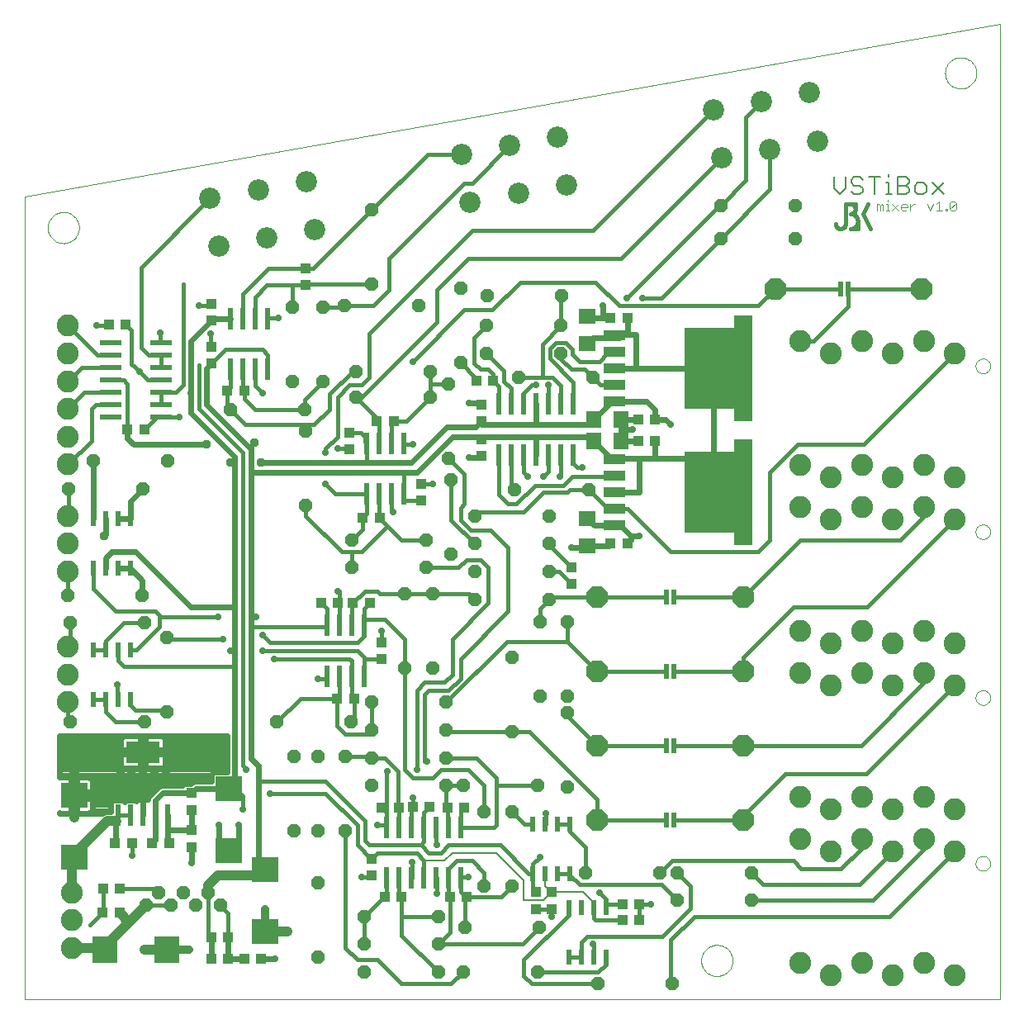
<source format=gtl>
G75*
%MOIN*%
%OFA0B0*%
%FSLAX24Y24*%
%IPPOS*%
%LPD*%
%AMOC8*
5,1,8,0,0,1.08239X$1,22.5*
%
%ADD10C,0.0000*%
%ADD11C,0.0060*%
%ADD12C,0.0030*%
%ADD13R,0.0236X0.0866*%
%ADD14C,0.0860*%
%ADD15C,0.0886*%
%ADD16OC8,0.0520*%
%ADD17R,0.0413X0.0425*%
%ADD18R,0.0752X0.4252*%
%ADD19R,0.2362X0.3280*%
%ADD20R,0.0850X0.0421*%
%ADD21R,0.0394X0.0433*%
%ADD22R,0.0433X0.0394*%
%ADD23R,0.1378X0.0866*%
%ADD24R,0.0870X0.0240*%
%ADD25R,0.0197X0.0591*%
%ADD26R,0.0425X0.0413*%
%ADD27R,0.1063X0.1004*%
%ADD28R,0.1004X0.1063*%
%ADD29R,0.0630X0.0709*%
%ADD30R,0.0709X0.0630*%
%ADD31OC8,0.0850*%
%ADD32OC8,0.0560*%
%ADD33C,0.0160*%
%ADD34C,0.0240*%
%ADD35OC8,0.0277*%
%ADD36OC8,0.0356*%
%ADD37C,0.0080*%
%ADD38C,0.0400*%
%ADD39C,0.0320*%
D10*
X000140Y000140D02*
X000140Y032569D01*
X039510Y039510D01*
X039510Y000140D01*
X000140Y000140D01*
X027463Y001715D02*
X027465Y001765D01*
X027471Y001815D01*
X027481Y001864D01*
X027495Y001912D01*
X027512Y001959D01*
X027533Y002004D01*
X027558Y002048D01*
X027586Y002089D01*
X027618Y002128D01*
X027652Y002165D01*
X027689Y002199D01*
X027729Y002229D01*
X027771Y002256D01*
X027815Y002280D01*
X027861Y002301D01*
X027908Y002317D01*
X027956Y002330D01*
X028006Y002339D01*
X028055Y002344D01*
X028106Y002345D01*
X028156Y002342D01*
X028205Y002335D01*
X028254Y002324D01*
X028302Y002309D01*
X028348Y002291D01*
X028393Y002269D01*
X028436Y002243D01*
X028477Y002214D01*
X028516Y002182D01*
X028552Y002147D01*
X028584Y002109D01*
X028614Y002069D01*
X028641Y002026D01*
X028664Y001982D01*
X028683Y001936D01*
X028699Y001888D01*
X028711Y001839D01*
X028719Y001790D01*
X028723Y001740D01*
X028723Y001690D01*
X028719Y001640D01*
X028711Y001591D01*
X028699Y001542D01*
X028683Y001494D01*
X028664Y001448D01*
X028641Y001404D01*
X028614Y001361D01*
X028584Y001321D01*
X028552Y001283D01*
X028516Y001248D01*
X028477Y001216D01*
X028436Y001187D01*
X028393Y001161D01*
X028348Y001139D01*
X028302Y001121D01*
X028254Y001106D01*
X028205Y001095D01*
X028156Y001088D01*
X028106Y001085D01*
X028055Y001086D01*
X028006Y001091D01*
X027956Y001100D01*
X027908Y001113D01*
X027861Y001129D01*
X027815Y001150D01*
X027771Y001174D01*
X027729Y001201D01*
X027689Y001231D01*
X027652Y001265D01*
X027618Y001302D01*
X027586Y001341D01*
X027558Y001382D01*
X027533Y001426D01*
X027512Y001471D01*
X027495Y001518D01*
X027481Y001566D01*
X027471Y001615D01*
X027465Y001665D01*
X027463Y001715D01*
X038534Y005636D02*
X038536Y005670D01*
X038542Y005704D01*
X038552Y005737D01*
X038565Y005768D01*
X038583Y005798D01*
X038603Y005826D01*
X038627Y005851D01*
X038653Y005873D01*
X038681Y005891D01*
X038712Y005907D01*
X038744Y005919D01*
X038778Y005927D01*
X038812Y005931D01*
X038846Y005931D01*
X038880Y005927D01*
X038914Y005919D01*
X038946Y005907D01*
X038976Y005891D01*
X039005Y005873D01*
X039031Y005851D01*
X039055Y005826D01*
X039075Y005798D01*
X039093Y005768D01*
X039106Y005737D01*
X039116Y005704D01*
X039122Y005670D01*
X039124Y005636D01*
X039122Y005602D01*
X039116Y005568D01*
X039106Y005535D01*
X039093Y005504D01*
X039075Y005474D01*
X039055Y005446D01*
X039031Y005421D01*
X039005Y005399D01*
X038977Y005381D01*
X038946Y005365D01*
X038914Y005353D01*
X038880Y005345D01*
X038846Y005341D01*
X038812Y005341D01*
X038778Y005345D01*
X038744Y005353D01*
X038712Y005365D01*
X038681Y005381D01*
X038653Y005399D01*
X038627Y005421D01*
X038603Y005446D01*
X038583Y005474D01*
X038565Y005504D01*
X038552Y005535D01*
X038542Y005568D01*
X038536Y005602D01*
X038534Y005636D01*
X038534Y012329D02*
X038536Y012363D01*
X038542Y012397D01*
X038552Y012430D01*
X038565Y012461D01*
X038583Y012491D01*
X038603Y012519D01*
X038627Y012544D01*
X038653Y012566D01*
X038681Y012584D01*
X038712Y012600D01*
X038744Y012612D01*
X038778Y012620D01*
X038812Y012624D01*
X038846Y012624D01*
X038880Y012620D01*
X038914Y012612D01*
X038946Y012600D01*
X038976Y012584D01*
X039005Y012566D01*
X039031Y012544D01*
X039055Y012519D01*
X039075Y012491D01*
X039093Y012461D01*
X039106Y012430D01*
X039116Y012397D01*
X039122Y012363D01*
X039124Y012329D01*
X039122Y012295D01*
X039116Y012261D01*
X039106Y012228D01*
X039093Y012197D01*
X039075Y012167D01*
X039055Y012139D01*
X039031Y012114D01*
X039005Y012092D01*
X038977Y012074D01*
X038946Y012058D01*
X038914Y012046D01*
X038880Y012038D01*
X038846Y012034D01*
X038812Y012034D01*
X038778Y012038D01*
X038744Y012046D01*
X038712Y012058D01*
X038681Y012074D01*
X038653Y012092D01*
X038627Y012114D01*
X038603Y012139D01*
X038583Y012167D01*
X038565Y012197D01*
X038552Y012228D01*
X038542Y012261D01*
X038536Y012295D01*
X038534Y012329D01*
X038534Y019022D02*
X038536Y019056D01*
X038542Y019090D01*
X038552Y019123D01*
X038565Y019154D01*
X038583Y019184D01*
X038603Y019212D01*
X038627Y019237D01*
X038653Y019259D01*
X038681Y019277D01*
X038712Y019293D01*
X038744Y019305D01*
X038778Y019313D01*
X038812Y019317D01*
X038846Y019317D01*
X038880Y019313D01*
X038914Y019305D01*
X038946Y019293D01*
X038976Y019277D01*
X039005Y019259D01*
X039031Y019237D01*
X039055Y019212D01*
X039075Y019184D01*
X039093Y019154D01*
X039106Y019123D01*
X039116Y019090D01*
X039122Y019056D01*
X039124Y019022D01*
X039122Y018988D01*
X039116Y018954D01*
X039106Y018921D01*
X039093Y018890D01*
X039075Y018860D01*
X039055Y018832D01*
X039031Y018807D01*
X039005Y018785D01*
X038977Y018767D01*
X038946Y018751D01*
X038914Y018739D01*
X038880Y018731D01*
X038846Y018727D01*
X038812Y018727D01*
X038778Y018731D01*
X038744Y018739D01*
X038712Y018751D01*
X038681Y018767D01*
X038653Y018785D01*
X038627Y018807D01*
X038603Y018832D01*
X038583Y018860D01*
X038565Y018890D01*
X038552Y018921D01*
X038542Y018954D01*
X038536Y018988D01*
X038534Y019022D01*
X038534Y025715D02*
X038536Y025749D01*
X038542Y025783D01*
X038552Y025816D01*
X038565Y025847D01*
X038583Y025877D01*
X038603Y025905D01*
X038627Y025930D01*
X038653Y025952D01*
X038681Y025970D01*
X038712Y025986D01*
X038744Y025998D01*
X038778Y026006D01*
X038812Y026010D01*
X038846Y026010D01*
X038880Y026006D01*
X038914Y025998D01*
X038946Y025986D01*
X038976Y025970D01*
X039005Y025952D01*
X039031Y025930D01*
X039055Y025905D01*
X039075Y025877D01*
X039093Y025847D01*
X039106Y025816D01*
X039116Y025783D01*
X039122Y025749D01*
X039124Y025715D01*
X039122Y025681D01*
X039116Y025647D01*
X039106Y025614D01*
X039093Y025583D01*
X039075Y025553D01*
X039055Y025525D01*
X039031Y025500D01*
X039005Y025478D01*
X038977Y025460D01*
X038946Y025444D01*
X038914Y025432D01*
X038880Y025424D01*
X038846Y025420D01*
X038812Y025420D01*
X038778Y025424D01*
X038744Y025432D01*
X038712Y025444D01*
X038681Y025460D01*
X038653Y025478D01*
X038627Y025500D01*
X038603Y025525D01*
X038583Y025553D01*
X038565Y025583D01*
X038552Y025614D01*
X038542Y025647D01*
X038536Y025681D01*
X038534Y025715D01*
X037305Y037542D02*
X037307Y037592D01*
X037313Y037642D01*
X037323Y037691D01*
X037337Y037739D01*
X037354Y037786D01*
X037375Y037831D01*
X037400Y037875D01*
X037428Y037916D01*
X037460Y037955D01*
X037494Y037992D01*
X037531Y038026D01*
X037571Y038056D01*
X037613Y038083D01*
X037657Y038107D01*
X037703Y038128D01*
X037750Y038144D01*
X037798Y038157D01*
X037848Y038166D01*
X037897Y038171D01*
X037948Y038172D01*
X037998Y038169D01*
X038047Y038162D01*
X038096Y038151D01*
X038144Y038136D01*
X038190Y038118D01*
X038235Y038096D01*
X038278Y038070D01*
X038319Y038041D01*
X038358Y038009D01*
X038394Y037974D01*
X038426Y037936D01*
X038456Y037896D01*
X038483Y037853D01*
X038506Y037809D01*
X038525Y037763D01*
X038541Y037715D01*
X038553Y037666D01*
X038561Y037617D01*
X038565Y037567D01*
X038565Y037517D01*
X038561Y037467D01*
X038553Y037418D01*
X038541Y037369D01*
X038525Y037321D01*
X038506Y037275D01*
X038483Y037231D01*
X038456Y037188D01*
X038426Y037148D01*
X038394Y037110D01*
X038358Y037075D01*
X038319Y037043D01*
X038278Y037014D01*
X038235Y036988D01*
X038190Y036966D01*
X038144Y036948D01*
X038096Y036933D01*
X038047Y036922D01*
X037998Y036915D01*
X037948Y036912D01*
X037897Y036913D01*
X037848Y036918D01*
X037798Y036927D01*
X037750Y036940D01*
X037703Y036956D01*
X037657Y036977D01*
X037613Y037001D01*
X037571Y037028D01*
X037531Y037058D01*
X037494Y037092D01*
X037460Y037129D01*
X037428Y037168D01*
X037400Y037209D01*
X037375Y037253D01*
X037354Y037298D01*
X037337Y037345D01*
X037323Y037393D01*
X037313Y037442D01*
X037307Y037492D01*
X037305Y037542D01*
X001085Y031302D02*
X001087Y031352D01*
X001093Y031402D01*
X001103Y031451D01*
X001117Y031499D01*
X001134Y031546D01*
X001155Y031591D01*
X001180Y031635D01*
X001208Y031676D01*
X001240Y031715D01*
X001274Y031752D01*
X001311Y031786D01*
X001351Y031816D01*
X001393Y031843D01*
X001437Y031867D01*
X001483Y031888D01*
X001530Y031904D01*
X001578Y031917D01*
X001628Y031926D01*
X001677Y031931D01*
X001728Y031932D01*
X001778Y031929D01*
X001827Y031922D01*
X001876Y031911D01*
X001924Y031896D01*
X001970Y031878D01*
X002015Y031856D01*
X002058Y031830D01*
X002099Y031801D01*
X002138Y031769D01*
X002174Y031734D01*
X002206Y031696D01*
X002236Y031656D01*
X002263Y031613D01*
X002286Y031569D01*
X002305Y031523D01*
X002321Y031475D01*
X002333Y031426D01*
X002341Y031377D01*
X002345Y031327D01*
X002345Y031277D01*
X002341Y031227D01*
X002333Y031178D01*
X002321Y031129D01*
X002305Y031081D01*
X002286Y031035D01*
X002263Y030991D01*
X002236Y030948D01*
X002206Y030908D01*
X002174Y030870D01*
X002138Y030835D01*
X002099Y030803D01*
X002058Y030774D01*
X002015Y030748D01*
X001970Y030726D01*
X001924Y030708D01*
X001876Y030693D01*
X001827Y030682D01*
X001778Y030675D01*
X001728Y030672D01*
X001677Y030673D01*
X001628Y030678D01*
X001578Y030687D01*
X001530Y030700D01*
X001483Y030716D01*
X001437Y030737D01*
X001393Y030761D01*
X001351Y030788D01*
X001311Y030818D01*
X001274Y030852D01*
X001240Y030889D01*
X001208Y030928D01*
X001180Y030969D01*
X001155Y031013D01*
X001134Y031058D01*
X001117Y031105D01*
X001103Y031153D01*
X001093Y031202D01*
X001087Y031252D01*
X001085Y031302D01*
D11*
X032810Y032884D02*
X033044Y032650D01*
X033277Y032884D01*
X033277Y033351D01*
X033510Y033234D02*
X033510Y033117D01*
X033627Y033000D01*
X033860Y033000D01*
X033977Y032884D01*
X033977Y032767D01*
X033860Y032650D01*
X033627Y032650D01*
X033510Y032767D01*
X033510Y033234D02*
X033627Y033351D01*
X033860Y033351D01*
X033977Y033234D01*
X034210Y033351D02*
X034677Y033351D01*
X034443Y033351D02*
X034443Y032650D01*
X034909Y032650D02*
X035143Y032650D01*
X035026Y032650D02*
X035026Y033117D01*
X034909Y033117D01*
X035026Y033351D02*
X035026Y033467D01*
X035376Y033351D02*
X035726Y033351D01*
X035843Y033234D01*
X035843Y033117D01*
X035726Y033000D01*
X035376Y033000D01*
X035376Y032650D02*
X035726Y032650D01*
X035843Y032767D01*
X035843Y032884D01*
X035726Y033000D01*
X036076Y033000D02*
X036076Y032767D01*
X036192Y032650D01*
X036426Y032650D01*
X036543Y032767D01*
X036543Y033000D01*
X036426Y033117D01*
X036192Y033117D01*
X036076Y033000D01*
X035376Y032650D02*
X035376Y033351D01*
X036776Y033117D02*
X037243Y032650D01*
X036776Y032650D02*
X037243Y033117D01*
X032810Y033351D02*
X032810Y032884D01*
D12*
X034555Y032242D02*
X034617Y032242D01*
X034678Y032180D01*
X034740Y032242D01*
X034802Y032180D01*
X034802Y031995D01*
X034923Y031995D02*
X035047Y031995D01*
X034985Y031995D02*
X034985Y032242D01*
X034923Y032242D01*
X034985Y032365D02*
X034985Y032427D01*
X035169Y032242D02*
X035416Y031995D01*
X035537Y032057D02*
X035537Y032180D01*
X035599Y032242D01*
X035722Y032242D01*
X035784Y032180D01*
X035784Y032118D01*
X035537Y032118D01*
X035537Y032057D02*
X035599Y031995D01*
X035722Y031995D01*
X035905Y031995D02*
X035905Y032242D01*
X035905Y032118D02*
X036029Y032242D01*
X036091Y032242D01*
X035416Y032242D02*
X035169Y031995D01*
X034678Y031995D02*
X034678Y032180D01*
X034555Y032242D02*
X034555Y031995D01*
X036581Y032242D02*
X036704Y031995D01*
X036828Y032242D01*
X036949Y032242D02*
X037072Y032365D01*
X037072Y031995D01*
X036949Y031995D02*
X037196Y031995D01*
X037317Y031995D02*
X037379Y031995D01*
X037379Y032057D01*
X037317Y032057D01*
X037317Y031995D01*
X037502Y032057D02*
X037748Y032304D01*
X037748Y032057D01*
X037687Y031995D01*
X037563Y031995D01*
X037502Y032057D01*
X037502Y032304D01*
X037563Y032365D01*
X037687Y032365D01*
X037748Y032304D01*
D13*
X022290Y024174D03*
X021790Y024174D03*
X021290Y024174D03*
X020790Y024174D03*
X020290Y024174D03*
X019790Y024174D03*
X019290Y024174D03*
X019290Y022126D03*
X019790Y022126D03*
X020290Y022126D03*
X020790Y022126D03*
X021290Y022126D03*
X021790Y022126D03*
X022290Y022126D03*
X015450Y022604D03*
X014950Y022604D03*
X014450Y022604D03*
X013950Y022604D03*
X013950Y020556D03*
X014450Y020556D03*
X014950Y020556D03*
X015450Y020556D03*
X013850Y015244D03*
X013350Y015244D03*
X012850Y015244D03*
X012350Y015244D03*
X012350Y013196D03*
X012850Y013196D03*
X013350Y013196D03*
X013850Y013196D03*
X014770Y007094D03*
X015270Y007094D03*
X015770Y007094D03*
X016270Y007094D03*
X016770Y007094D03*
X017270Y007094D03*
X017770Y007094D03*
X017770Y005046D03*
X017270Y005046D03*
X016770Y005046D03*
X016270Y005046D03*
X015770Y005046D03*
X015270Y005046D03*
X014770Y005046D03*
X005923Y007577D03*
X005423Y007577D03*
X004923Y007577D03*
X004423Y007577D03*
X003923Y007577D03*
X008450Y025576D03*
X008950Y025576D03*
X009450Y025576D03*
X009950Y025576D03*
X009950Y027624D03*
X009450Y027624D03*
X008950Y027624D03*
X008450Y027624D03*
D14*
X007978Y030544D03*
X007637Y032483D03*
X009575Y032825D03*
X011514Y033166D03*
X011856Y031228D03*
X009917Y030886D03*
X017795Y034271D03*
X018137Y032333D03*
X020075Y032674D03*
X019733Y034613D03*
X021672Y034955D03*
X022014Y033016D03*
X027953Y036060D03*
X028295Y034121D03*
X030234Y034463D03*
X029892Y036401D03*
X031830Y036743D03*
X032172Y034805D03*
D15*
X031447Y026715D03*
X032699Y026215D03*
X033947Y026715D03*
X035199Y026215D03*
X036447Y026715D03*
X037697Y026215D03*
X036447Y021715D03*
X035199Y021215D03*
X033947Y021715D03*
X032699Y021215D03*
X031447Y021715D03*
X031447Y020022D03*
X032699Y019522D03*
X033947Y020022D03*
X035199Y019522D03*
X036447Y020022D03*
X037697Y019522D03*
X037697Y021215D03*
X036447Y015022D03*
X035199Y014522D03*
X033947Y015022D03*
X032699Y014522D03*
X031447Y015022D03*
X031447Y013329D03*
X032699Y012829D03*
X033947Y013329D03*
X035199Y012829D03*
X036447Y013329D03*
X037697Y012829D03*
X037697Y014522D03*
X036447Y008329D03*
X035199Y007829D03*
X033947Y008329D03*
X032699Y007829D03*
X031447Y008329D03*
X031447Y006636D03*
X032699Y006136D03*
X033947Y006636D03*
X035199Y006136D03*
X036447Y006636D03*
X037697Y006136D03*
X037697Y007829D03*
X036447Y001636D03*
X035199Y001136D03*
X033947Y001636D03*
X032699Y001136D03*
X031447Y001636D03*
X037697Y001136D03*
X002060Y002220D03*
X002060Y003340D03*
X002060Y004460D03*
X001900Y012140D03*
X001900Y013260D03*
X001900Y014380D03*
X001900Y017420D03*
X001900Y018540D03*
X001900Y019660D03*
X001900Y021740D03*
X001900Y022860D03*
X001900Y023980D03*
X001900Y025100D03*
X001900Y026220D03*
X001900Y027340D03*
D16*
X002930Y021880D03*
X001910Y020760D03*
X004910Y020760D03*
X005930Y021880D03*
X008450Y023940D03*
X010950Y025100D03*
X012200Y025100D03*
X013510Y025500D03*
X013520Y024460D03*
X011450Y023940D03*
X011500Y023080D03*
X011500Y020080D03*
X013360Y018700D03*
X013360Y017580D03*
X015500Y016520D03*
X016620Y016520D03*
X016360Y017580D03*
X016360Y018700D03*
X017370Y018110D03*
X018320Y018540D03*
X018320Y017420D03*
X018320Y016300D03*
X020940Y015400D03*
X021320Y016300D03*
X022060Y015400D03*
X021320Y017420D03*
X021320Y018540D03*
X021320Y019660D03*
X019910Y020730D03*
X018320Y019660D03*
X017370Y021110D03*
X017260Y022000D03*
X016520Y024460D03*
X017260Y025000D03*
X016510Y025500D03*
X017760Y025840D03*
X018800Y026220D03*
X018800Y027340D03*
X018810Y028540D03*
X017760Y028840D03*
X016040Y028140D03*
X014150Y029010D03*
X013040Y028140D03*
X012200Y028100D03*
X010950Y028100D03*
X014150Y032010D03*
X020080Y025260D03*
X021800Y026220D03*
X021800Y027340D03*
X021810Y028540D03*
X023080Y025260D03*
X022910Y020730D03*
X019820Y013960D03*
X020940Y012400D03*
X022060Y012400D03*
X022060Y011720D03*
X019820Y010960D03*
X020840Y008780D03*
X019820Y007720D03*
X018700Y007720D03*
X017840Y008780D03*
X017160Y008780D03*
X017160Y009900D03*
X017160Y011020D03*
X017160Y012140D03*
X016620Y013520D03*
X015500Y013520D03*
X014160Y012140D03*
X013320Y011340D03*
X014160Y011020D03*
X014160Y009900D03*
X013100Y009960D03*
X011980Y009960D03*
X011020Y009960D03*
X010320Y011340D03*
X014160Y008780D03*
X013100Y006960D03*
X011980Y006960D03*
X011020Y006960D03*
X011980Y004840D03*
X013840Y003500D03*
X013840Y002380D03*
X013840Y001260D03*
X011980Y001840D03*
X016840Y002380D03*
X017910Y003040D03*
X016840Y003500D03*
X018700Y004720D03*
X019820Y004720D03*
X020910Y003040D03*
X020840Y001260D03*
X023280Y000780D03*
X026280Y000780D03*
X026480Y004140D03*
X026480Y005260D03*
X025800Y005260D03*
X022800Y005260D03*
X022060Y008720D03*
X029480Y005260D03*
X029480Y004140D03*
X017840Y001260D03*
X016840Y001260D03*
X005900Y011760D03*
X005000Y011340D03*
X002000Y011340D03*
X002000Y015340D03*
X001890Y016450D03*
X004890Y016450D03*
X005000Y015340D03*
X005900Y014760D03*
X028240Y030860D03*
X028240Y032190D03*
X031240Y032190D03*
X031240Y030860D03*
D17*
X015044Y023500D03*
X014356Y023500D03*
X014474Y019590D03*
X013786Y019590D03*
X014084Y016140D03*
X013396Y016140D03*
X013444Y012300D03*
X012756Y012300D03*
X014556Y007900D03*
X015244Y007900D03*
X017206Y007890D03*
X017894Y007890D03*
X017994Y004280D03*
X017306Y004280D03*
X015364Y004300D03*
X014676Y004300D03*
X009024Y024730D03*
X008336Y024730D03*
D18*
X029164Y025620D03*
X029164Y020620D03*
D19*
X027971Y020620D03*
X027971Y025620D03*
D20*
X023961Y025620D03*
X023961Y026289D03*
X023961Y026959D03*
X023961Y024951D03*
X023961Y024281D03*
X023961Y021959D03*
X023961Y021289D03*
X023961Y020620D03*
X023961Y019951D03*
X023961Y019281D03*
D21*
X022220Y017595D03*
X022220Y016925D03*
X018580Y022075D03*
X018580Y022745D03*
X018580Y023495D03*
X018580Y024165D03*
X016140Y020955D03*
X016140Y020285D03*
X013260Y022355D03*
X013260Y023025D03*
X007700Y025835D03*
X007700Y026505D03*
X007700Y027565D03*
X007700Y028235D03*
X014540Y014555D03*
X014540Y013885D03*
X014170Y005835D03*
X014170Y005165D03*
X009695Y001800D03*
X009025Y001800D03*
X008355Y001800D03*
X007685Y001800D03*
X020780Y003805D03*
X021420Y003805D03*
X021420Y004475D03*
X020780Y004475D03*
D22*
X024285Y003980D03*
X024285Y003340D03*
X024955Y003340D03*
X024955Y003980D03*
X016505Y007910D03*
X015835Y007910D03*
X008355Y002640D03*
X007685Y002640D03*
X006890Y006305D03*
X006890Y006975D03*
X006890Y007805D03*
X006890Y008475D03*
X005975Y006460D03*
X005305Y006460D03*
X004475Y006460D03*
X003805Y006460D03*
X003995Y004620D03*
X003325Y004620D03*
X003305Y003640D03*
X003975Y003640D03*
X012125Y016140D03*
X012795Y016140D03*
X004975Y023150D03*
X004305Y023150D03*
X004225Y027400D03*
X003555Y027400D03*
X018395Y025120D03*
X019065Y025120D03*
X023805Y027660D03*
X024475Y027660D03*
X024925Y023540D03*
X025595Y023540D03*
X025595Y022700D03*
X024925Y022700D03*
X024475Y018540D03*
X023805Y018540D03*
D23*
X004923Y010136D03*
D24*
X005665Y023650D03*
X005665Y024150D03*
X005665Y024650D03*
X005665Y025150D03*
X005665Y025650D03*
X005665Y026150D03*
X005665Y026650D03*
X003615Y026650D03*
X003615Y026150D03*
X003615Y025650D03*
X003615Y025150D03*
X003615Y024650D03*
X003615Y024150D03*
X003615Y023650D03*
D25*
X003410Y019540D03*
X003910Y019540D03*
X004410Y019540D03*
X002910Y019540D03*
X002910Y017540D03*
X003410Y017540D03*
X003910Y017540D03*
X004410Y017540D03*
X004410Y014260D03*
X003910Y014260D03*
X003410Y014260D03*
X002910Y014260D03*
X002910Y012260D03*
X003410Y012260D03*
X003910Y012260D03*
X004410Y012260D03*
X020670Y007220D03*
X021170Y007220D03*
X021670Y007220D03*
X022170Y007220D03*
X022170Y005220D03*
X021670Y005220D03*
X021170Y005220D03*
X020670Y005220D03*
X022110Y003860D03*
X022610Y003860D03*
X023110Y003860D03*
X023610Y003860D03*
X023610Y001860D03*
X023110Y001860D03*
X022610Y001860D03*
X022110Y001860D03*
X026062Y007390D03*
X026358Y007390D03*
X026358Y010390D03*
X026062Y010390D03*
X026062Y013390D03*
X026358Y013390D03*
X026358Y016390D03*
X026062Y016390D03*
X033102Y028830D03*
X033398Y028830D03*
D26*
X011480Y028976D03*
X011480Y029664D03*
D27*
X008390Y008640D03*
X008390Y006140D03*
X009840Y005390D03*
X009840Y002890D03*
X002140Y005890D03*
X002140Y008390D03*
D28*
X003390Y002140D03*
X005890Y002140D03*
D29*
X023109Y022700D03*
X023109Y023540D03*
X024211Y023540D03*
X024211Y022700D03*
D30*
X022860Y019571D03*
X022860Y018469D03*
X022860Y026629D03*
X022860Y027731D03*
D31*
X030460Y028830D03*
X036360Y028830D03*
X029160Y016390D03*
X029160Y013390D03*
X029160Y010390D03*
X029160Y007390D03*
X023260Y007390D03*
X023260Y010390D03*
X023260Y013390D03*
X023260Y016390D03*
D32*
X008040Y003940D03*
X007540Y004440D03*
X007040Y003940D03*
X006540Y004440D03*
X006040Y003940D03*
X005540Y004440D03*
X005040Y003940D03*
D33*
X006040Y003940D01*
X005540Y004440D02*
X005360Y004620D01*
X003995Y004620D01*
X003325Y004620D02*
X003325Y003660D01*
X003305Y003640D01*
X002805Y003140D01*
X004480Y005960D02*
X004480Y006455D01*
X004475Y006460D01*
X003923Y007340D02*
X003923Y007577D01*
X004423Y007577D01*
X007540Y004440D02*
X007540Y002740D01*
X007685Y002595D01*
X008355Y002640D02*
X008355Y003625D01*
X008040Y003940D01*
X008940Y007820D02*
X008940Y008340D01*
X008640Y008640D01*
X009100Y009420D02*
X008940Y009580D01*
X008940Y022220D01*
X007180Y023980D01*
X007180Y025740D01*
X007700Y025835D02*
X008245Y026380D01*
X009740Y026380D01*
X009950Y026170D01*
X009950Y025576D01*
X009450Y025576D02*
X009450Y024910D01*
X009740Y024620D01*
X009024Y024730D02*
X009024Y024376D01*
X009460Y023940D01*
X011450Y023940D01*
X011450Y024350D01*
X012200Y025100D01*
X012460Y024580D02*
X012460Y023970D01*
X011830Y023340D01*
X011500Y023340D01*
X011500Y023080D01*
X011500Y023340D02*
X009050Y023340D01*
X008450Y023940D01*
X008336Y024054D01*
X008336Y024730D01*
X008450Y024844D01*
X008450Y025576D01*
X008950Y025576D02*
X008950Y024804D01*
X009024Y024730D01*
X007700Y026505D02*
X007735Y026540D01*
X007660Y026540D01*
X007660Y027020D01*
X007700Y028140D02*
X007180Y028140D01*
X007700Y028140D02*
X007700Y028235D01*
X008950Y028630D02*
X008950Y027624D01*
X009450Y027624D02*
X009450Y028490D01*
X009936Y028976D01*
X010950Y028976D01*
X010950Y028100D01*
X010380Y027660D02*
X009986Y027660D01*
X009950Y027624D01*
X008950Y028630D02*
X009984Y029664D01*
X011480Y029664D01*
X011804Y029664D01*
X014150Y032010D01*
X016411Y034271D01*
X017795Y034271D01*
X017900Y033100D02*
X018220Y033100D01*
X019733Y034613D01*
X017900Y033100D02*
X014860Y030060D01*
X014860Y028780D01*
X014220Y028140D01*
X013040Y028140D01*
X013000Y028100D01*
X012200Y028100D01*
X011480Y028976D02*
X010950Y028976D01*
X011480Y028976D02*
X011514Y029010D01*
X014150Y029010D01*
X014060Y027020D02*
X018220Y031180D01*
X023074Y031180D01*
X027953Y036060D01*
X029260Y035770D02*
X029260Y033210D01*
X028240Y032190D01*
X028190Y032190D01*
X024460Y028460D01*
X024140Y028140D02*
X023180Y029100D01*
X020140Y029100D01*
X019020Y027980D01*
X017900Y027980D01*
X015820Y025900D01*
X016510Y025500D02*
X016520Y025510D01*
X016510Y025500D02*
X016520Y025490D01*
X016520Y025100D01*
X016520Y025000D01*
X017260Y025000D01*
X016520Y025000D02*
X016520Y024460D01*
X015560Y023500D01*
X015044Y023500D01*
X014950Y023406D01*
X014950Y022604D01*
X014450Y022604D02*
X014450Y023406D01*
X014356Y023500D01*
X014356Y023624D01*
X013520Y024460D01*
X013740Y024460D01*
X016780Y027500D01*
X016780Y028780D01*
X018060Y030060D01*
X024234Y030060D01*
X028295Y034121D01*
X029260Y035770D02*
X029892Y036401D01*
X030234Y034463D02*
X030234Y032854D01*
X028240Y030860D01*
X025840Y028460D01*
X025100Y028460D01*
X024140Y028140D02*
X029770Y028140D01*
X030460Y028830D01*
X033102Y028830D01*
X033102Y028782D01*
X033398Y028780D02*
X033398Y028118D01*
X031995Y026715D01*
X031447Y026715D01*
X029164Y025620D02*
X027971Y025620D01*
X031340Y022540D02*
X030220Y021420D01*
X030220Y018700D01*
X029740Y018220D01*
X026220Y018220D01*
X024489Y019951D01*
X023961Y019951D01*
X023932Y019980D01*
X023660Y019980D01*
X022910Y020730D01*
X022170Y020730D01*
X022060Y020620D01*
X021100Y020620D01*
X020300Y019820D01*
X018480Y019820D01*
X018320Y019660D01*
X018140Y019100D02*
X017740Y019500D01*
X017740Y019980D01*
X017900Y020140D01*
X017900Y021360D01*
X017260Y022000D01*
X017370Y021110D02*
X017370Y019490D01*
X018320Y018540D01*
X018540Y017900D02*
X017980Y017900D01*
X017660Y017580D01*
X016360Y017580D01*
X016620Y016520D02*
X015500Y016520D01*
X014480Y016520D01*
X014380Y016620D01*
X013876Y016620D01*
X013396Y016140D01*
X013350Y016094D01*
X013350Y015244D01*
X013850Y015244D02*
X013850Y014810D01*
X013580Y014540D01*
X010060Y014540D01*
X009740Y014860D01*
X009300Y015180D02*
X012286Y015180D01*
X012350Y015244D01*
X012350Y015915D01*
X012125Y016140D01*
X012795Y016140D02*
X012850Y016085D01*
X012850Y015244D01*
X012850Y016620D01*
X012780Y016620D01*
X013360Y017580D02*
X013360Y018220D01*
X013740Y018220D01*
X014780Y019260D01*
X015340Y018700D01*
X016360Y018700D01*
X016140Y020285D02*
X015450Y020285D01*
X015450Y020556D01*
X015450Y021420D01*
X015500Y021420D01*
X016140Y020955D02*
X016140Y020940D01*
X016620Y020940D01*
X014950Y020556D02*
X014950Y019890D01*
X015020Y019820D01*
X014474Y019590D02*
X014474Y019566D01*
X014780Y019260D01*
X014474Y019590D02*
X014450Y019614D01*
X014450Y020556D01*
X013950Y020556D02*
X012684Y020556D01*
X012300Y020940D01*
X011500Y020080D02*
X011500Y019660D01*
X012940Y018220D01*
X013360Y018220D01*
X013360Y018700D02*
X013786Y019126D01*
X013786Y019590D01*
X013950Y019754D01*
X013950Y020556D01*
X013950Y021820D02*
X013900Y021820D01*
X013950Y021820D02*
X013950Y022604D01*
X013900Y022654D01*
X013900Y022860D01*
X013735Y023025D01*
X013260Y023025D01*
X012780Y022860D02*
X012300Y022380D01*
X012300Y022220D01*
X012780Y022380D02*
X013260Y022380D01*
X013260Y022355D01*
X012780Y022860D02*
X012780Y024460D01*
X013260Y024940D01*
X013740Y024940D01*
X014060Y025260D01*
X014060Y027020D01*
X013510Y025500D02*
X013380Y025500D01*
X012460Y024580D01*
X015450Y022604D02*
X015514Y022540D01*
X015820Y022540D01*
X018395Y025120D02*
X018395Y025205D01*
X017760Y025840D01*
X018300Y025820D02*
X018300Y026840D01*
X018800Y027340D01*
X018800Y026220D02*
X019500Y025520D01*
X019500Y025100D01*
X019790Y024810D01*
X019790Y024174D01*
X020290Y024174D02*
X020290Y024610D01*
X020620Y024940D01*
X020780Y024940D01*
X021060Y025260D02*
X021060Y026600D01*
X021800Y027340D01*
X021800Y028530D01*
X021810Y028540D01*
X021980Y026660D02*
X021580Y026660D01*
X021340Y026420D01*
X021340Y026020D01*
X022290Y025070D01*
X022290Y024174D01*
X021790Y024174D02*
X021790Y024930D01*
X021460Y025260D01*
X021060Y025260D01*
X020080Y025260D01*
X019290Y024895D02*
X019290Y024174D01*
X019290Y024895D02*
X019065Y025120D01*
X019065Y025375D01*
X018860Y025580D01*
X018540Y025580D01*
X018300Y025820D01*
X021300Y024940D02*
X021300Y024174D01*
X021290Y024174D01*
X022220Y025580D02*
X022760Y025580D01*
X023080Y025260D01*
X023389Y024951D01*
X023961Y024951D01*
X023340Y025900D02*
X023660Y026220D01*
X023892Y026220D01*
X023961Y026289D01*
X023340Y025900D02*
X022540Y025900D01*
X022260Y026180D01*
X022260Y026380D01*
X021980Y026660D01*
X021800Y026220D02*
X021800Y026000D01*
X022220Y025580D01*
X022290Y022126D02*
X022300Y022116D01*
X022300Y021780D01*
X022460Y021620D01*
X022660Y021620D01*
X022260Y021260D02*
X021900Y020900D01*
X020740Y020900D01*
X019980Y020140D01*
X019660Y020140D01*
X019290Y020510D01*
X019290Y022126D01*
X019790Y022126D02*
X019790Y020850D01*
X019910Y020730D01*
X020460Y021260D02*
X020290Y021430D01*
X020290Y022126D01*
X021290Y022126D02*
X021290Y021450D01*
X021100Y021260D01*
X021740Y021260D02*
X021790Y021310D01*
X021790Y022126D01*
X022260Y021260D02*
X023932Y021260D01*
X023961Y021289D01*
X021320Y018540D02*
X021320Y018495D01*
X022220Y017595D01*
X021725Y017420D02*
X022220Y016925D01*
X021725Y017420D02*
X021320Y017420D01*
X021410Y016390D02*
X021320Y016300D01*
X020940Y015920D01*
X020940Y015400D01*
X021410Y016390D02*
X023260Y016390D01*
X026062Y016390D01*
X026358Y016390D02*
X029160Y016390D01*
X031470Y018700D01*
X035500Y018700D01*
X036447Y019647D01*
X036447Y020022D01*
X037697Y019522D02*
X034155Y015980D01*
X031180Y015980D01*
X029160Y013960D01*
X029160Y013390D01*
X026358Y013390D01*
X026062Y013390D02*
X023260Y013390D01*
X022060Y014590D01*
X019610Y014590D01*
X017160Y012140D01*
X017260Y012620D02*
X016460Y012620D01*
X016300Y012460D01*
X016300Y009740D01*
X016380Y009740D01*
X015980Y009420D02*
X015980Y012620D01*
X016300Y012940D01*
X017100Y012940D01*
X017420Y013260D01*
X017420Y014700D01*
X018860Y016140D01*
X018860Y017580D01*
X018540Y017900D01*
X019660Y018380D02*
X019660Y015820D01*
X017740Y013900D01*
X017740Y013100D01*
X017260Y012620D01*
X017160Y011020D02*
X017220Y010960D01*
X019820Y010960D01*
X020520Y010960D01*
X023260Y008220D01*
X023260Y007390D01*
X026062Y007390D01*
X026358Y007390D02*
X029160Y007390D01*
X029160Y007560D01*
X030860Y009260D01*
X034128Y009260D01*
X037697Y012829D01*
X036460Y012940D02*
X033910Y010390D01*
X029160Y010390D01*
X026358Y010390D01*
X026062Y010390D02*
X023260Y010390D01*
X022060Y011590D01*
X022060Y011720D01*
X022060Y014590D02*
X022060Y015400D01*
X019660Y018380D02*
X018940Y019100D01*
X018140Y019100D01*
X018100Y016520D02*
X016620Y016520D01*
X018100Y016520D02*
X018320Y016300D01*
X015500Y014700D02*
X015500Y013520D01*
X015500Y009420D01*
X015820Y009100D01*
X016620Y009100D01*
X016940Y009420D01*
X018060Y009420D01*
X018700Y008780D01*
X018700Y007720D01*
X019180Y007180D02*
X019094Y007094D01*
X017770Y007094D01*
X017770Y007766D01*
X017894Y007890D01*
X017206Y007890D02*
X017206Y007158D01*
X017270Y007094D01*
X017260Y006380D02*
X016940Y006060D01*
X016460Y006060D01*
X016140Y006380D01*
X014060Y006380D01*
X013900Y006540D01*
X013900Y007340D01*
X012300Y008940D01*
X009580Y008940D01*
X010060Y008460D02*
X012300Y008460D01*
X013580Y007180D01*
X013580Y006380D01*
X014125Y005835D01*
X014170Y005835D01*
X014170Y005850D01*
X014380Y006060D01*
X015980Y006060D01*
X016270Y005770D01*
X016270Y005046D01*
X016270Y005740D01*
X015780Y005700D02*
X015780Y005056D01*
X015770Y005046D01*
X015270Y005046D02*
X015270Y004394D01*
X015364Y004300D01*
X015364Y003500D01*
X016840Y003500D01*
X017306Y002846D02*
X016840Y002380D01*
X020250Y002380D01*
X020910Y003040D01*
X020780Y003805D02*
X021420Y003805D01*
X021420Y003500D01*
X022110Y003550D02*
X022110Y003860D01*
X022110Y003550D02*
X020300Y001740D01*
X020300Y001100D01*
X020620Y000780D01*
X023280Y000780D01*
X023300Y001260D02*
X023610Y001570D01*
X023610Y001860D01*
X023110Y001860D02*
X023110Y002310D01*
X023100Y002320D01*
X023100Y002380D01*
X022860Y002700D02*
X025900Y002700D01*
X027020Y003820D01*
X027020Y004720D01*
X026480Y005260D01*
X026280Y005740D02*
X031180Y005740D01*
X031500Y005420D01*
X033100Y005420D01*
X033947Y006267D01*
X033947Y006636D01*
X035199Y006136D02*
X033843Y004780D01*
X029960Y004780D01*
X029480Y005260D01*
X029480Y004140D02*
X034380Y004140D01*
X036447Y006207D01*
X036447Y006636D01*
X037697Y006136D02*
X035061Y003500D01*
X027180Y003500D01*
X026220Y002540D01*
X026220Y000840D01*
X026280Y000780D01*
X024955Y003340D02*
X024955Y003980D01*
X025420Y003980D01*
X025840Y004780D02*
X026480Y004140D01*
X025840Y004780D02*
X022540Y004780D01*
X022170Y005150D01*
X022170Y005220D01*
X021670Y005220D01*
X020940Y005900D02*
X020670Y005630D01*
X020670Y005220D01*
X020670Y004525D01*
X020780Y004475D01*
X020670Y005220D02*
X020500Y005220D01*
X019340Y006380D01*
X017260Y006380D01*
X016780Y006380D02*
X016770Y006380D01*
X016770Y007094D01*
X016270Y007094D02*
X016270Y006510D01*
X016140Y006380D01*
X016270Y007094D02*
X016270Y007675D01*
X016505Y007910D01*
X017160Y007936D02*
X017160Y008780D01*
X017840Y008780D01*
X017160Y007936D02*
X017206Y007890D01*
X015835Y007910D02*
X015820Y007925D01*
X015820Y008300D01*
X015835Y007910D02*
X015770Y007845D01*
X015770Y007094D01*
X015270Y007094D02*
X015270Y007874D01*
X015244Y007900D01*
X015230Y007914D01*
X015230Y009370D01*
X014700Y009900D01*
X014160Y009900D01*
X014100Y009960D01*
X013100Y009960D01*
X013100Y010860D02*
X012756Y011204D01*
X012756Y012300D01*
X011280Y012300D01*
X010320Y011340D01*
X011980Y013100D02*
X012350Y013100D01*
X012350Y013196D01*
X012850Y013196D02*
X012850Y012394D01*
X012756Y012300D01*
X013350Y012366D02*
X013444Y012300D01*
X013444Y011464D01*
X013320Y011340D01*
X013100Y010860D02*
X014000Y010860D01*
X014160Y011020D01*
X014160Y012140D01*
X013350Y012366D02*
X013350Y013196D01*
X013350Y013810D01*
X013260Y013900D01*
X010220Y013900D01*
X009740Y014220D02*
X013580Y014220D01*
X013850Y013950D01*
X013850Y013900D01*
X014525Y013900D01*
X014540Y013885D01*
X014540Y014555D02*
X014540Y015020D01*
X014700Y015500D02*
X013850Y015500D01*
X013850Y015906D01*
X014084Y016140D01*
X013850Y015500D02*
X013850Y015244D01*
X014700Y015500D02*
X015500Y014700D01*
X013850Y013900D02*
X013850Y013196D01*
X017160Y009900D02*
X018380Y009900D01*
X019180Y009100D01*
X019180Y008780D01*
X020840Y008780D01*
X021180Y007660D02*
X021180Y007230D01*
X021170Y007220D01*
X020670Y007220D02*
X020320Y007220D01*
X019820Y007720D01*
X019180Y007180D02*
X019180Y008780D01*
X021670Y007220D02*
X022170Y007220D01*
X022170Y006910D01*
X022800Y006280D01*
X022800Y005260D01*
X023340Y004460D02*
X023610Y004190D01*
X023610Y003860D01*
X023610Y003980D01*
X024285Y003980D01*
X024285Y003340D02*
X023180Y003340D01*
X023110Y003410D01*
X023110Y003860D01*
X022860Y002700D02*
X022610Y002450D01*
X022610Y001860D01*
X022110Y001860D01*
X023300Y001260D02*
X020840Y001260D01*
X017840Y001260D02*
X017360Y000780D01*
X015340Y000780D01*
X014380Y001740D01*
X013580Y001740D01*
X013100Y002220D01*
X013100Y006960D01*
X014380Y007180D02*
X014684Y007180D01*
X014770Y007094D01*
X014770Y007686D01*
X014556Y007900D01*
X014770Y007094D02*
X014770Y009330D01*
X014780Y009340D01*
X015770Y007910D02*
X015835Y007910D01*
X017580Y005740D02*
X017260Y005420D01*
X017260Y005056D01*
X017270Y005046D01*
X017270Y004316D01*
X017306Y004280D01*
X017306Y002846D01*
X017910Y003040D02*
X017910Y004196D01*
X017994Y004280D01*
X019380Y004280D01*
X019820Y004720D01*
X018700Y004720D02*
X018700Y005260D01*
X018220Y005740D01*
X017580Y005740D01*
X017824Y005100D02*
X017770Y005046D01*
X017770Y004504D01*
X017994Y004280D01*
X017770Y005046D02*
X017740Y005076D01*
X017824Y005100D02*
X018060Y005100D01*
X016780Y005056D02*
X016780Y004420D01*
X016770Y005046D02*
X016780Y005056D01*
X015364Y003500D02*
X015364Y002736D01*
X016840Y001260D01*
X013840Y002380D02*
X013840Y003500D01*
X014640Y004300D01*
X014676Y004300D01*
X014770Y004394D01*
X014770Y005046D01*
X014170Y005165D02*
X014105Y005100D01*
X013740Y005100D01*
X005900Y011760D02*
X005840Y011820D01*
X004620Y011820D01*
X004410Y012030D01*
X004410Y012260D01*
X003910Y012260D02*
X003900Y012260D01*
X003900Y012860D01*
X004140Y013580D02*
X008620Y013580D01*
X008620Y014220D02*
X008460Y014220D01*
X008140Y014700D02*
X005900Y014700D01*
X005900Y014760D01*
X005580Y015180D02*
X004660Y014260D01*
X004410Y014260D01*
X003910Y014260D02*
X003910Y013810D01*
X004140Y013580D01*
X003410Y014260D02*
X002910Y014260D01*
X003410Y014260D02*
X003410Y014610D01*
X004140Y015340D01*
X005000Y015340D01*
X005420Y015820D02*
X005580Y015660D01*
X005580Y015580D01*
X007940Y015580D01*
X009300Y015580D02*
X009500Y015580D01*
X005580Y015580D02*
X005580Y015180D01*
X005420Y015820D02*
X003820Y015820D01*
X002910Y016730D01*
X002910Y017540D01*
X001900Y017420D02*
X001900Y016460D01*
X001890Y016450D01*
X002000Y015340D02*
X002000Y014480D01*
X001900Y014380D01*
X001900Y012140D02*
X001900Y011440D01*
X002000Y011340D01*
X002910Y012260D02*
X003410Y012260D01*
X003410Y011750D01*
X003820Y011340D01*
X005000Y011340D01*
X001900Y019660D02*
X001910Y019670D01*
X001910Y020760D01*
X001900Y021740D02*
X002860Y022700D01*
X002860Y023980D01*
X003030Y024150D01*
X003615Y024150D01*
X003615Y024650D02*
X002570Y024650D01*
X001900Y023980D01*
X001900Y025100D02*
X002450Y025650D01*
X003615Y025650D01*
X003615Y026150D02*
X003090Y026150D01*
X001900Y027340D01*
X003040Y027370D02*
X003525Y027370D01*
X003555Y027400D01*
X003540Y027415D01*
X004225Y027400D02*
X004470Y027155D01*
X004470Y025800D01*
X004575Y025695D01*
X004585Y025695D01*
X004780Y025500D01*
X004575Y025695D02*
X005120Y025150D01*
X005665Y025150D01*
X005665Y024650D02*
X005665Y024150D01*
X005665Y023650D02*
X005475Y023650D01*
X004975Y023150D01*
X004305Y023150D02*
X004305Y024985D01*
X004140Y025150D01*
X003615Y025150D01*
X004850Y026440D02*
X004850Y029696D01*
X007637Y032483D01*
X006540Y029022D02*
X006540Y024940D01*
X006250Y024650D01*
X005665Y024650D01*
X005665Y025650D02*
X005665Y026150D01*
X005140Y026150D01*
X004850Y026440D01*
X005620Y026695D02*
X005620Y027070D01*
X005620Y026695D02*
X005665Y026650D01*
X005665Y023650D02*
X006390Y023650D01*
X025800Y005260D02*
X026280Y005740D01*
X036460Y012940D02*
X036460Y013316D01*
X036447Y013329D01*
X029164Y020620D02*
X027971Y020620D01*
X031340Y022540D02*
X034022Y022540D01*
X037697Y026215D01*
X036360Y028830D02*
X033398Y028830D01*
X033398Y028780D01*
X033480Y031260D02*
X033780Y031260D01*
X033780Y031560D01*
X033778Y031526D01*
X033772Y031493D01*
X033763Y031461D01*
X033750Y031430D01*
X033734Y031400D01*
X033715Y031373D01*
X033692Y031348D01*
X033667Y031325D01*
X033640Y031306D01*
X033610Y031290D01*
X033579Y031277D01*
X033547Y031268D01*
X033514Y031262D01*
X033480Y031260D01*
X033280Y031460D02*
X033280Y032260D01*
X033680Y032260D01*
X033680Y032060D01*
X033678Y032034D01*
X033673Y032008D01*
X033665Y031983D01*
X033653Y031960D01*
X033639Y031938D01*
X033621Y031919D01*
X033602Y031901D01*
X033580Y031887D01*
X033557Y031875D01*
X033532Y031867D01*
X033506Y031862D01*
X033480Y031860D01*
X033680Y032060D02*
X033678Y032086D01*
X033673Y032112D01*
X033665Y032137D01*
X033653Y032160D01*
X033639Y032182D01*
X033621Y032201D01*
X033602Y032219D01*
X033580Y032233D01*
X033557Y032245D01*
X033532Y032253D01*
X033506Y032258D01*
X033480Y032260D01*
X033280Y032260D01*
X033980Y031860D02*
X034280Y031260D01*
X033980Y031860D02*
X034180Y032260D01*
X033780Y031560D02*
X033778Y031594D01*
X033772Y031627D01*
X033763Y031659D01*
X033750Y031690D01*
X033734Y031720D01*
X033715Y031747D01*
X033692Y031772D01*
X033667Y031795D01*
X033640Y031814D01*
X033610Y031830D01*
X033579Y031843D01*
X033547Y031852D01*
X033514Y031858D01*
X033480Y031860D01*
X032880Y031460D02*
X032882Y031434D01*
X032887Y031408D01*
X032895Y031383D01*
X032907Y031360D01*
X032921Y031338D01*
X032939Y031319D01*
X032958Y031301D01*
X032980Y031287D01*
X033003Y031275D01*
X033028Y031267D01*
X033054Y031262D01*
X033080Y031260D01*
X033106Y031262D01*
X033132Y031267D01*
X033157Y031275D01*
X033180Y031287D01*
X033202Y031301D01*
X033221Y031319D01*
X033239Y031338D01*
X033253Y031360D01*
X033265Y031383D01*
X033273Y031408D01*
X033278Y031434D01*
X033280Y031460D01*
D34*
X027971Y025620D02*
X024820Y025620D01*
X024820Y026980D01*
X024475Y026980D01*
X024475Y027660D01*
X023805Y027660D02*
X023500Y027660D01*
X023500Y028140D01*
X023500Y027660D02*
X022860Y027660D01*
X022860Y027731D01*
X023091Y026860D02*
X022860Y026629D01*
X023091Y026860D02*
X023920Y026860D01*
X024040Y026980D01*
X024475Y026980D01*
X024245Y026965D02*
X024140Y026860D01*
X023920Y026860D01*
X023961Y026959D01*
X023961Y025620D02*
X024820Y025620D01*
X025260Y024300D02*
X023980Y024300D01*
X023961Y024281D01*
X023850Y024281D01*
X023109Y023540D01*
X023109Y023340D01*
X020790Y023340D01*
X020790Y024174D01*
X020790Y023340D02*
X018580Y023340D01*
X018580Y023495D01*
X018345Y023260D01*
X017180Y023260D01*
X015740Y021820D01*
X013900Y021820D01*
X009700Y021820D01*
X009300Y021420D02*
X009300Y022340D01*
X009300Y022500D01*
X009420Y022620D01*
X009300Y022340D02*
X007500Y024140D01*
X007500Y025635D01*
X007700Y025835D01*
X007660Y025795D01*
X006860Y026725D02*
X006860Y024620D01*
X006860Y023820D01*
X008620Y022060D01*
X008620Y021820D01*
X008620Y015980D01*
X006860Y015980D01*
X004620Y018220D01*
X003660Y018220D01*
X003410Y017970D01*
X003410Y017540D01*
X003910Y017540D02*
X004410Y017540D01*
X004890Y017060D01*
X004890Y016450D01*
X003340Y018860D02*
X003410Y018930D01*
X003410Y019540D01*
X003910Y019540D02*
X004410Y019540D01*
X004410Y020260D01*
X004910Y020760D01*
X004540Y022540D02*
X007500Y022540D01*
X008460Y021820D02*
X008620Y021820D01*
X009300Y021420D02*
X015500Y021420D01*
X015980Y021420D01*
X017420Y022860D01*
X018580Y022860D01*
X018580Y022745D01*
X018580Y022860D02*
X020790Y022860D01*
X020790Y022126D01*
X020790Y022860D02*
X023109Y022860D01*
X023109Y022700D01*
X023850Y021959D01*
X023961Y021959D01*
X023983Y021980D01*
X024940Y021980D01*
X024940Y020620D01*
X023961Y020620D01*
X023961Y019281D02*
X023150Y019281D01*
X022860Y019571D01*
X022860Y018469D02*
X023734Y018469D01*
X023805Y018540D01*
X024475Y018540D02*
X024620Y018685D01*
X024620Y018860D01*
X024940Y018860D01*
X024620Y018860D02*
X024199Y019281D01*
X023961Y019281D01*
X022860Y018469D02*
X022771Y018380D01*
X022220Y018380D01*
X024940Y021980D02*
X025580Y021980D01*
X025580Y022700D01*
X025595Y022700D01*
X024925Y022700D02*
X024211Y022700D01*
X024211Y023540D01*
X024211Y023140D01*
X024700Y023140D01*
X024925Y023540D02*
X024211Y023540D01*
X025260Y024300D02*
X025595Y023965D01*
X025595Y023540D01*
X026020Y023540D01*
X026220Y023340D01*
X025580Y021980D02*
X027971Y021980D01*
X027971Y025620D01*
X027971Y021980D02*
X027971Y020620D01*
X018580Y022020D02*
X018100Y022020D01*
X018580Y022020D02*
X018580Y022075D01*
X018580Y023495D02*
X018580Y023500D01*
X018580Y024165D02*
X018580Y024220D01*
X018100Y024220D01*
X009300Y021420D02*
X009300Y015580D01*
X009300Y015180D01*
X009300Y009860D01*
X009580Y009580D01*
X009580Y008940D01*
X009580Y005650D01*
X009840Y005390D01*
X008780Y006220D02*
X008460Y006220D01*
X008390Y006140D02*
X007980Y006140D01*
X007980Y007180D01*
X008780Y007180D02*
X008780Y006220D01*
X006890Y006305D02*
X006890Y005640D01*
X005975Y006460D02*
X005923Y006511D01*
X005923Y006890D01*
X006008Y006975D01*
X006890Y006975D01*
X006890Y007805D01*
X006890Y008475D02*
X007055Y008640D01*
X008390Y008640D01*
X008620Y008870D01*
X008620Y013580D01*
X008620Y014220D01*
X008620Y015980D01*
X008320Y010800D02*
X008320Y009322D01*
X007784Y009322D01*
X007679Y009217D01*
X007679Y008940D01*
X006996Y008940D01*
X006885Y008894D01*
X006843Y008851D01*
X006599Y008851D01*
X006522Y008775D01*
X005665Y008775D01*
X005555Y008729D01*
X005169Y008343D01*
X005123Y008233D01*
X005123Y008216D01*
X005071Y008230D01*
X004923Y008230D01*
X004776Y008230D01*
X004720Y008215D01*
X004670Y008186D01*
X004645Y008161D01*
X004616Y008190D01*
X004231Y008190D01*
X004173Y008133D01*
X004116Y008190D01*
X003731Y008190D01*
X003625Y008085D01*
X003625Y007720D01*
X003424Y007720D01*
X003285Y007662D01*
X003263Y007640D01*
X001560Y007640D01*
X001560Y007673D01*
X001580Y007668D01*
X002020Y007668D01*
X002020Y008270D01*
X002260Y008270D01*
X002260Y008510D01*
X002020Y008510D01*
X002020Y009112D01*
X001580Y009112D01*
X001560Y009107D01*
X001560Y010800D01*
X008320Y010800D01*
X008320Y010634D02*
X005823Y010634D01*
X005817Y010654D02*
X005788Y010704D01*
X005748Y010745D01*
X005697Y010774D01*
X005641Y010789D01*
X005020Y010789D01*
X005020Y010233D01*
X004827Y010233D01*
X004827Y010789D01*
X004206Y010789D01*
X004150Y010774D01*
X004099Y010745D01*
X004058Y010704D01*
X004029Y010654D01*
X004014Y010598D01*
X004014Y010233D01*
X004827Y010233D01*
X004827Y010040D01*
X004014Y010040D01*
X004014Y009674D01*
X004029Y009618D01*
X004058Y009568D01*
X004099Y009527D01*
X004150Y009498D01*
X004206Y009483D01*
X004827Y009483D01*
X004827Y010040D01*
X005020Y010040D01*
X005020Y010233D01*
X005832Y010233D01*
X005832Y010598D01*
X005817Y010654D01*
X005832Y010396D02*
X008320Y010396D01*
X008320Y010157D02*
X005020Y010157D01*
X004923Y010136D02*
X004923Y007577D01*
X004923Y007640D02*
X004923Y008230D01*
X004923Y007640D01*
X004923Y007640D01*
X004923Y007772D02*
X004923Y007772D01*
X004923Y008011D02*
X004923Y008011D01*
X005130Y008249D02*
X002891Y008249D01*
X002891Y008270D02*
X002891Y007859D01*
X002877Y007803D01*
X002848Y007753D01*
X002807Y007712D01*
X002756Y007683D01*
X002700Y007668D01*
X002260Y007668D01*
X002260Y008270D01*
X002891Y008270D01*
X002891Y008510D02*
X002260Y008510D01*
X002260Y009112D01*
X002700Y009112D01*
X002756Y009097D01*
X002807Y009068D01*
X002848Y009027D01*
X002877Y008977D01*
X002891Y008921D01*
X002891Y008510D01*
X002891Y008726D02*
X005552Y008726D01*
X005725Y008475D02*
X005423Y008173D01*
X005423Y007577D01*
X005423Y006578D01*
X005305Y006460D01*
X005923Y006890D02*
X005923Y007577D01*
X005725Y008475D02*
X006890Y008475D01*
X007679Y008965D02*
X002880Y008965D01*
X002260Y008965D02*
X002020Y008965D01*
X002020Y008726D02*
X002260Y008726D01*
X002260Y008488D02*
X005313Y008488D01*
X005020Y009483D02*
X005641Y009483D01*
X005697Y009498D01*
X005748Y009527D01*
X005788Y009568D01*
X005817Y009618D01*
X005832Y009674D01*
X005832Y010040D01*
X005020Y010040D01*
X005020Y009483D01*
X005020Y009680D02*
X004827Y009680D01*
X004827Y009919D02*
X005020Y009919D01*
X004827Y010157D02*
X001560Y010157D01*
X001560Y009919D02*
X004014Y009919D01*
X004014Y009680D02*
X001560Y009680D01*
X001560Y009442D02*
X008320Y009442D01*
X008320Y009680D02*
X005832Y009680D01*
X005832Y009919D02*
X008320Y009919D01*
X007679Y009203D02*
X001560Y009203D01*
X002020Y008249D02*
X002260Y008249D01*
X002260Y008011D02*
X002020Y008011D01*
X002020Y007772D02*
X002260Y007772D01*
X002859Y007772D02*
X003625Y007772D01*
X003625Y008011D02*
X002891Y008011D01*
X003820Y007340D02*
X003820Y006460D01*
X003805Y006460D01*
X003820Y007340D02*
X003923Y007340D01*
X004014Y010396D02*
X001560Y010396D01*
X001560Y010634D02*
X004024Y010634D01*
X004827Y010634D02*
X005020Y010634D01*
X005020Y010396D02*
X004827Y010396D01*
X008390Y008640D02*
X008640Y008640D01*
X008355Y002640D02*
X008355Y001800D01*
X009025Y001800D01*
X009695Y001800D02*
X010270Y001800D01*
X007685Y001800D02*
X007685Y002595D01*
X007685Y002640D01*
X002910Y019540D02*
X002910Y021880D01*
X002930Y021880D01*
X004305Y022775D02*
X004540Y022540D01*
X004305Y022775D02*
X004305Y023150D01*
X006860Y026725D02*
X007700Y027565D01*
X007725Y027565D01*
X007784Y027624D01*
X008450Y027624D01*
D35*
X007660Y027020D03*
X007180Y028140D03*
X005620Y027070D03*
X004780Y025500D03*
X003040Y027370D03*
X006860Y024620D03*
X006390Y023650D03*
X009740Y024620D03*
X012300Y022220D03*
X012780Y022380D03*
X012300Y020940D03*
X015020Y019820D03*
X016620Y020940D03*
X015820Y022540D03*
X018100Y022020D03*
X020460Y021260D03*
X021100Y021260D03*
X021740Y021260D03*
X022660Y021620D03*
X024700Y023140D03*
X026220Y023340D03*
X024940Y018860D03*
X022220Y018380D03*
X018100Y024220D03*
X020780Y024940D03*
X021300Y024940D03*
X023500Y028140D03*
X024460Y028460D03*
X025100Y028460D03*
X015820Y025900D03*
X010380Y027660D03*
X012780Y016620D03*
X014540Y015020D03*
X011980Y013100D03*
X010220Y013900D03*
X009740Y014220D03*
X009740Y014860D03*
X009500Y015580D03*
X008140Y014700D03*
X008460Y014220D03*
X007940Y015580D03*
X003900Y012860D03*
X002140Y009300D03*
X002140Y007480D03*
X004480Y005960D03*
X006890Y005640D03*
X007980Y007180D03*
X008780Y007180D03*
X008940Y007820D03*
X010060Y008460D03*
X009100Y009420D03*
X013740Y005100D03*
X014380Y007180D03*
X015820Y008300D03*
X015980Y009420D03*
X016380Y009740D03*
X014780Y009340D03*
X016780Y006380D03*
X015780Y005700D03*
X016780Y004420D03*
X018060Y005100D03*
X020940Y005900D03*
X021180Y007660D03*
X023340Y004460D03*
X021420Y003500D03*
X023100Y002380D03*
X025420Y003980D03*
X010750Y002890D03*
X010270Y001800D03*
X009840Y003800D03*
X006800Y002140D03*
X004980Y002140D03*
D36*
X004930Y009270D03*
X004470Y009270D03*
X004010Y009270D03*
X003890Y009890D03*
X003890Y010390D03*
X005390Y009270D03*
X005850Y009270D03*
X005920Y009920D03*
X005920Y010400D03*
X003340Y018860D03*
X007500Y022540D03*
X008460Y021820D03*
X009420Y022620D03*
X009700Y021820D03*
D37*
X017420Y006060D02*
X019180Y006060D01*
X020300Y004940D01*
X020300Y004140D01*
X021085Y004140D01*
X021420Y004475D01*
X022685Y004475D01*
X023110Y004050D01*
X023110Y003860D01*
X021420Y004475D02*
X021170Y004725D01*
X021170Y005220D01*
X017420Y006060D02*
X017100Y005740D01*
X016270Y005740D01*
D38*
X010750Y002890D02*
X009840Y002890D01*
X010140Y005140D02*
X007940Y005140D01*
X007540Y004740D01*
X007540Y004440D01*
X005040Y003940D02*
X004370Y003270D01*
X004000Y003640D01*
X003975Y003640D01*
X004370Y003270D02*
X003490Y002390D01*
X003390Y002390D01*
X003390Y002140D01*
X003310Y002220D01*
X002060Y002220D01*
X002060Y004460D02*
X002060Y005610D01*
X001960Y005710D01*
X002140Y005890D01*
X002236Y005890D01*
X002236Y006076D01*
X003500Y007340D01*
X003820Y007340D01*
X002140Y007480D02*
X002140Y008390D01*
X002140Y009300D01*
X004980Y002140D02*
X005890Y002140D01*
X009840Y005390D02*
X010140Y005140D01*
D39*
X009840Y003800D02*
X009840Y002890D01*
X006800Y002140D02*
X005890Y002140D01*
M02*

</source>
